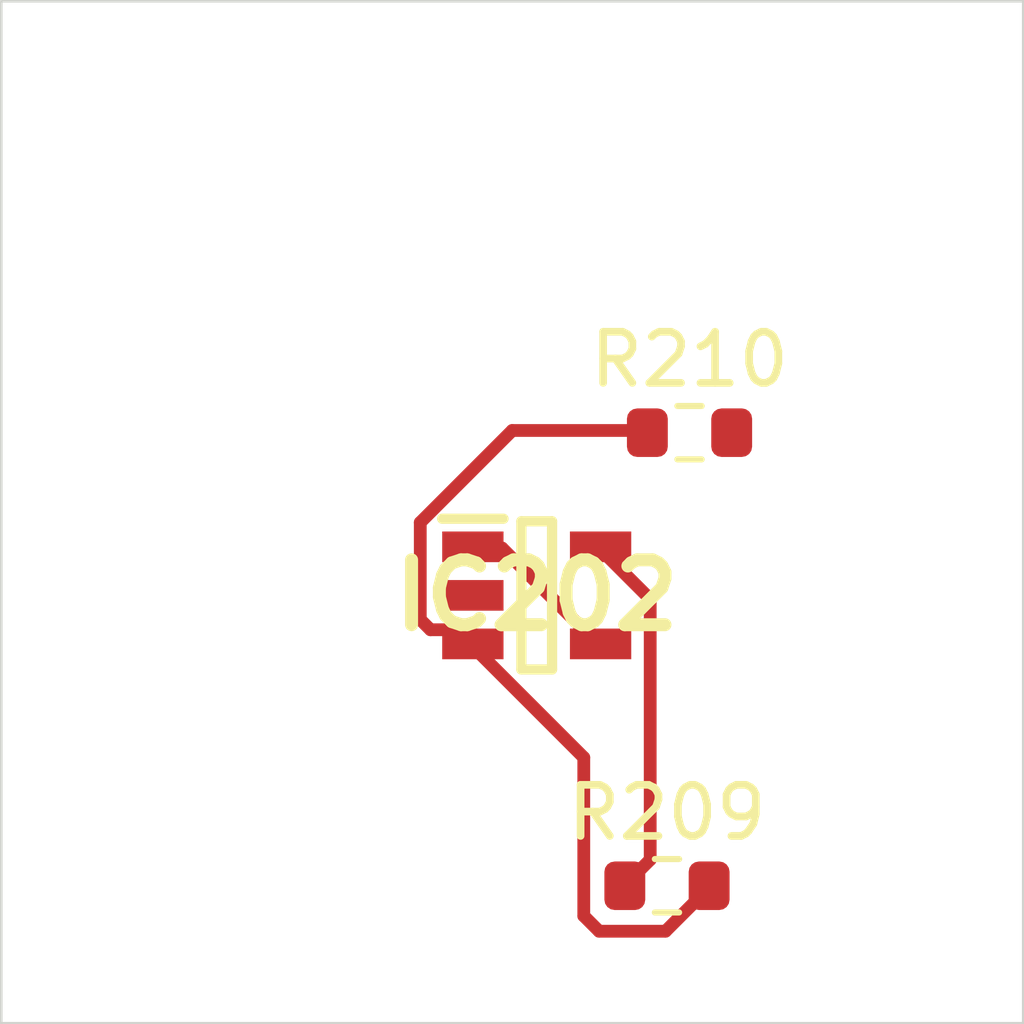
<source format=kicad_pcb>
 ( kicad_pcb  ( version 20171130 )
 ( host pcbnew 5.1.12-84ad8e8a86~92~ubuntu18.04.1 )
 ( general  ( thickness 1.6 )
 ( drawings 4 )
 ( tracks 0 )
 ( zones 0 )
 ( modules 3 )
 ( nets 5 )
)
 ( page A4 )
 ( layers  ( 0 F.Cu signal )
 ( 31 B.Cu signal )
 ( 32 B.Adhes user )
 ( 33 F.Adhes user )
 ( 34 B.Paste user )
 ( 35 F.Paste user )
 ( 36 B.SilkS user )
 ( 37 F.SilkS user )
 ( 38 B.Mask user )
 ( 39 F.Mask user )
 ( 40 Dwgs.User user )
 ( 41 Cmts.User user )
 ( 42 Eco1.User user )
 ( 43 Eco2.User user )
 ( 44 Edge.Cuts user )
 ( 45 Margin user )
 ( 46 B.CrtYd user )
 ( 47 F.CrtYd user )
 ( 48 B.Fab user )
 ( 49 F.Fab user )
)
 ( setup  ( last_trace_width 0.25 )
 ( trace_clearance 0.2 )
 ( zone_clearance 0.508 )
 ( zone_45_only no )
 ( trace_min 0.2 )
 ( via_size 0.8 )
 ( via_drill 0.4 )
 ( via_min_size 0.4 )
 ( via_min_drill 0.3 )
 ( uvia_size 0.3 )
 ( uvia_drill 0.1 )
 ( uvias_allowed no )
 ( uvia_min_size 0.2 )
 ( uvia_min_drill 0.1 )
 ( edge_width 0.05 )
 ( segment_width 0.2 )
 ( pcb_text_width 0.3 )
 ( pcb_text_size 1.5 1.5 )
 ( mod_edge_width 0.12 )
 ( mod_text_size 1 1 )
 ( mod_text_width 0.15 )
 ( pad_size 1.524 1.524 )
 ( pad_drill 0.762 )
 ( pad_to_mask_clearance 0 )
 ( aux_axis_origin 0 0 )
 ( visible_elements FFFFFF7F )
 ( pcbplotparams  ( layerselection 0x010fc_ffffffff )
 ( usegerberextensions false )
 ( usegerberattributes true )
 ( usegerberadvancedattributes true )
 ( creategerberjobfile true )
 ( excludeedgelayer true )
 ( linewidth 0.100000 )
 ( plotframeref false )
 ( viasonmask false )
 ( mode 1 )
 ( useauxorigin false )
 ( hpglpennumber 1 )
 ( hpglpenspeed 20 )
 ( hpglpendiameter 15.000000 )
 ( psnegative false )
 ( psa4output false )
 ( plotreference true )
 ( plotvalue true )
 ( plotinvisibletext false )
 ( padsonsilk false )
 ( subtractmaskfromsilk false )
 ( outputformat 1 )
 ( mirror false )
 ( drillshape 1 )
 ( scaleselection 1 )
 ( outputdirectory "" )
)
)
 ( net 0 "" )
 ( net 1 GND )
 ( net 2 VDDA )
 ( net 3 /Sheet6235D886/vp )
 ( net 4 "Net-(IC202-Pad3)" )
 ( net_class Default "This is the default net class."  ( clearance 0.2 )
 ( trace_width 0.25 )
 ( via_dia 0.8 )
 ( via_drill 0.4 )
 ( uvia_dia 0.3 )
 ( uvia_drill 0.1 )
 ( add_net /Sheet6235D886/vp )
 ( add_net GND )
 ( add_net "Net-(IC202-Pad3)" )
 ( add_net VDDA )
)
 ( module SOT95P280X145-5N locked  ( layer F.Cu )
 ( tedit 62336ED7 )
 ( tstamp 623423ED )
 ( at 90.479100 111.627000 )
 ( descr DBV0005A )
 ( tags "Integrated Circuit" )
 ( path /6235D887/6266C08E )
 ( attr smd )
 ( fp_text reference IC202  ( at 0 0 )
 ( layer F.SilkS )
 ( effects  ( font  ( size 1.27 1.27 )
 ( thickness 0.254 )
)
)
)
 ( fp_text value TL071HIDBVR  ( at 0 0 )
 ( layer F.SilkS )
hide  ( effects  ( font  ( size 1.27 1.27 )
 ( thickness 0.254 )
)
)
)
 ( fp_line  ( start -1.85 -1.5 )
 ( end -0.65 -1.5 )
 ( layer F.SilkS )
 ( width 0.2 )
)
 ( fp_line  ( start -0.3 1.45 )
 ( end -0.3 -1.45 )
 ( layer F.SilkS )
 ( width 0.2 )
)
 ( fp_line  ( start 0.3 1.45 )
 ( end -0.3 1.45 )
 ( layer F.SilkS )
 ( width 0.2 )
)
 ( fp_line  ( start 0.3 -1.45 )
 ( end 0.3 1.45 )
 ( layer F.SilkS )
 ( width 0.2 )
)
 ( fp_line  ( start -0.3 -1.45 )
 ( end 0.3 -1.45 )
 ( layer F.SilkS )
 ( width 0.2 )
)
 ( fp_line  ( start -0.8 -0.5 )
 ( end 0.15 -1.45 )
 ( layer Dwgs.User )
 ( width 0.1 )
)
 ( fp_line  ( start -0.8 1.45 )
 ( end -0.8 -1.45 )
 ( layer Dwgs.User )
 ( width 0.1 )
)
 ( fp_line  ( start 0.8 1.45 )
 ( end -0.8 1.45 )
 ( layer Dwgs.User )
 ( width 0.1 )
)
 ( fp_line  ( start 0.8 -1.45 )
 ( end 0.8 1.45 )
 ( layer Dwgs.User )
 ( width 0.1 )
)
 ( fp_line  ( start -0.8 -1.45 )
 ( end 0.8 -1.45 )
 ( layer Dwgs.User )
 ( width 0.1 )
)
 ( fp_line  ( start -2.1 1.775 )
 ( end -2.1 -1.775 )
 ( layer Dwgs.User )
 ( width 0.05 )
)
 ( fp_line  ( start 2.1 1.775 )
 ( end -2.1 1.775 )
 ( layer Dwgs.User )
 ( width 0.05 )
)
 ( fp_line  ( start 2.1 -1.775 )
 ( end 2.1 1.775 )
 ( layer Dwgs.User )
 ( width 0.05 )
)
 ( fp_line  ( start -2.1 -1.775 )
 ( end 2.1 -1.775 )
 ( layer Dwgs.User )
 ( width 0.05 )
)
 ( pad 1 smd rect  ( at -1.25 -0.95 90.000000 )
 ( size 0.6 1.2 )
 ( layers F.Cu F.Mask F.Paste )
 ( net 3 /Sheet6235D886/vp )
)
 ( pad 2 smd rect  ( at -1.25 0 90.000000 )
 ( size 0.6 1.2 )
 ( layers F.Cu F.Mask F.Paste )
 ( net 1 GND )
)
 ( pad 3 smd rect  ( at -1.25 0.95 90.000000 )
 ( size 0.6 1.2 )
 ( layers F.Cu F.Mask F.Paste )
 ( net 4 "Net-(IC202-Pad3)" )
)
 ( pad 4 smd rect  ( at 1.25 0.95 90.000000 )
 ( size 0.6 1.2 )
 ( layers F.Cu F.Mask F.Paste )
 ( net 3 /Sheet6235D886/vp )
)
 ( pad 5 smd rect  ( at 1.25 -0.95 90.000000 )
 ( size 0.6 1.2 )
 ( layers F.Cu F.Mask F.Paste )
 ( net 2 VDDA )
)
)
 ( module Resistor_SMD:R_0603_1608Metric  ( layer F.Cu )
 ( tedit 5F68FEEE )
 ( tstamp 62342595 )
 ( at 93.028300 117.310000 )
 ( descr "Resistor SMD 0603 (1608 Metric), square (rectangular) end terminal, IPC_7351 nominal, (Body size source: IPC-SM-782 page 72, https://www.pcb-3d.com/wordpress/wp-content/uploads/ipc-sm-782a_amendment_1_and_2.pdf), generated with kicad-footprint-generator" )
 ( tags resistor )
 ( path /6235D887/623CDBD9 )
 ( attr smd )
 ( fp_text reference R209  ( at 0 -1.43 )
 ( layer F.SilkS )
 ( effects  ( font  ( size 1 1 )
 ( thickness 0.15 )
)
)
)
 ( fp_text value 100k  ( at 0 1.43 )
 ( layer F.Fab )
 ( effects  ( font  ( size 1 1 )
 ( thickness 0.15 )
)
)
)
 ( fp_line  ( start -0.8 0.4125 )
 ( end -0.8 -0.4125 )
 ( layer F.Fab )
 ( width 0.1 )
)
 ( fp_line  ( start -0.8 -0.4125 )
 ( end 0.8 -0.4125 )
 ( layer F.Fab )
 ( width 0.1 )
)
 ( fp_line  ( start 0.8 -0.4125 )
 ( end 0.8 0.4125 )
 ( layer F.Fab )
 ( width 0.1 )
)
 ( fp_line  ( start 0.8 0.4125 )
 ( end -0.8 0.4125 )
 ( layer F.Fab )
 ( width 0.1 )
)
 ( fp_line  ( start -0.237258 -0.5225 )
 ( end 0.237258 -0.5225 )
 ( layer F.SilkS )
 ( width 0.12 )
)
 ( fp_line  ( start -0.237258 0.5225 )
 ( end 0.237258 0.5225 )
 ( layer F.SilkS )
 ( width 0.12 )
)
 ( fp_line  ( start -1.48 0.73 )
 ( end -1.48 -0.73 )
 ( layer F.CrtYd )
 ( width 0.05 )
)
 ( fp_line  ( start -1.48 -0.73 )
 ( end 1.48 -0.73 )
 ( layer F.CrtYd )
 ( width 0.05 )
)
 ( fp_line  ( start 1.48 -0.73 )
 ( end 1.48 0.73 )
 ( layer F.CrtYd )
 ( width 0.05 )
)
 ( fp_line  ( start 1.48 0.73 )
 ( end -1.48 0.73 )
 ( layer F.CrtYd )
 ( width 0.05 )
)
 ( fp_text user %R  ( at 0 0 )
 ( layer F.Fab )
 ( effects  ( font  ( size 0.4 0.4 )
 ( thickness 0.06 )
)
)
)
 ( pad 1 smd roundrect  ( at -0.825 0 )
 ( size 0.8 0.95 )
 ( layers F.Cu F.Mask F.Paste )
 ( roundrect_rratio 0.25 )
 ( net 2 VDDA )
)
 ( pad 2 smd roundrect  ( at 0.825 0 )
 ( size 0.8 0.95 )
 ( layers F.Cu F.Mask F.Paste )
 ( roundrect_rratio 0.25 )
 ( net 4 "Net-(IC202-Pad3)" )
)
 ( model ${KISYS3DMOD}/Resistor_SMD.3dshapes/R_0603_1608Metric.wrl  ( at  ( xyz 0 0 0 )
)
 ( scale  ( xyz 1 1 1 )
)
 ( rotate  ( xyz 0 0 0 )
)
)
)
 ( module Resistor_SMD:R_0603_1608Metric  ( layer F.Cu )
 ( tedit 5F68FEEE )
 ( tstamp 623425A6 )
 ( at 93.469700 108.443000 )
 ( descr "Resistor SMD 0603 (1608 Metric), square (rectangular) end terminal, IPC_7351 nominal, (Body size source: IPC-SM-782 page 72, https://www.pcb-3d.com/wordpress/wp-content/uploads/ipc-sm-782a_amendment_1_and_2.pdf), generated with kicad-footprint-generator" )
 ( tags resistor )
 ( path /6235D887/623CDBDF )
 ( attr smd )
 ( fp_text reference R210  ( at 0 -1.43 )
 ( layer F.SilkS )
 ( effects  ( font  ( size 1 1 )
 ( thickness 0.15 )
)
)
)
 ( fp_text value 100k  ( at 0 1.43 )
 ( layer F.Fab )
 ( effects  ( font  ( size 1 1 )
 ( thickness 0.15 )
)
)
)
 ( fp_line  ( start 1.48 0.73 )
 ( end -1.48 0.73 )
 ( layer F.CrtYd )
 ( width 0.05 )
)
 ( fp_line  ( start 1.48 -0.73 )
 ( end 1.48 0.73 )
 ( layer F.CrtYd )
 ( width 0.05 )
)
 ( fp_line  ( start -1.48 -0.73 )
 ( end 1.48 -0.73 )
 ( layer F.CrtYd )
 ( width 0.05 )
)
 ( fp_line  ( start -1.48 0.73 )
 ( end -1.48 -0.73 )
 ( layer F.CrtYd )
 ( width 0.05 )
)
 ( fp_line  ( start -0.237258 0.5225 )
 ( end 0.237258 0.5225 )
 ( layer F.SilkS )
 ( width 0.12 )
)
 ( fp_line  ( start -0.237258 -0.5225 )
 ( end 0.237258 -0.5225 )
 ( layer F.SilkS )
 ( width 0.12 )
)
 ( fp_line  ( start 0.8 0.4125 )
 ( end -0.8 0.4125 )
 ( layer F.Fab )
 ( width 0.1 )
)
 ( fp_line  ( start 0.8 -0.4125 )
 ( end 0.8 0.4125 )
 ( layer F.Fab )
 ( width 0.1 )
)
 ( fp_line  ( start -0.8 -0.4125 )
 ( end 0.8 -0.4125 )
 ( layer F.Fab )
 ( width 0.1 )
)
 ( fp_line  ( start -0.8 0.4125 )
 ( end -0.8 -0.4125 )
 ( layer F.Fab )
 ( width 0.1 )
)
 ( fp_text user %R  ( at 0 0 )
 ( layer F.Fab )
 ( effects  ( font  ( size 0.4 0.4 )
 ( thickness 0.06 )
)
)
)
 ( pad 2 smd roundrect  ( at 0.825 0 )
 ( size 0.8 0.95 )
 ( layers F.Cu F.Mask F.Paste )
 ( roundrect_rratio 0.25 )
 ( net 1 GND )
)
 ( pad 1 smd roundrect  ( at -0.825 0 )
 ( size 0.8 0.95 )
 ( layers F.Cu F.Mask F.Paste )
 ( roundrect_rratio 0.25 )
 ( net 4 "Net-(IC202-Pad3)" )
)
 ( model ${KISYS3DMOD}/Resistor_SMD.3dshapes/R_0603_1608Metric.wrl  ( at  ( xyz 0 0 0 )
)
 ( scale  ( xyz 1 1 1 )
)
 ( rotate  ( xyz 0 0 0 )
)
)
)
 ( gr_line  ( start 100 100 )
 ( end 100 120 )
 ( layer Edge.Cuts )
 ( width 0.05 )
 ( tstamp 62E770C4 )
)
 ( gr_line  ( start 80 120 )
 ( end 100 120 )
 ( layer Edge.Cuts )
 ( width 0.05 )
 ( tstamp 62E770C0 )
)
 ( gr_line  ( start 80 100 )
 ( end 100 100 )
 ( layer Edge.Cuts )
 ( width 0.05 )
 ( tstamp 6234110C )
)
 ( gr_line  ( start 80 100 )
 ( end 80 120 )
 ( layer Edge.Cuts )
 ( width 0.05 )
)
 ( segment  ( start 92.200001 117.300002 )
 ( end 92.700001 116.800002 )
 ( width 0.250000 )
 ( layer F.Cu )
 ( net 2 )
)
 ( segment  ( start 92.700001 116.800002 )
 ( end 92.700001 111.700002 )
 ( width 0.250000 )
 ( layer F.Cu )
 ( net 2 )
)
 ( segment  ( start 92.700001 111.700002 )
 ( end 91.700001 110.700002 )
 ( width 0.250000 )
 ( layer F.Cu )
 ( net 2 )
)
 ( segment  ( start 91.700001 112.600002 )
 ( end 89.800001 110.700002 )
 ( width 0.250000 )
 ( layer F.Cu )
 ( net 3 )
)
 ( segment  ( start 89.800001 110.700002 )
 ( end 89.200001 110.700002 )
 ( width 0.250000 )
 ( layer F.Cu )
 ( net 3 )
)
 ( segment  ( start 93.900001 117.300002 )
 ( end 93.000001 118.200002 )
 ( width 0.250000 )
 ( layer F.Cu )
 ( net 4 )
)
 ( segment  ( start 93.000001 118.200002 )
 ( end 91.700001 118.200002 )
 ( width 0.250000 )
 ( layer F.Cu )
 ( net 4 )
)
 ( segment  ( start 91.700001 118.200002 )
 ( end 91.400001 117.900002 )
 ( width 0.250000 )
 ( layer F.Cu )
 ( net 4 )
)
 ( segment  ( start 91.400001 117.900002 )
 ( end 91.400001 114.800002 )
 ( width 0.250000 )
 ( layer F.Cu )
 ( net 4 )
)
 ( segment  ( start 91.400001 114.800002 )
 ( end 89.200001 112.600002 )
 ( width 0.250000 )
 ( layer F.Cu )
 ( net 4 )
)
 ( segment  ( start 92.600001 108.400002 )
 ( end 90.000001 108.400002 )
 ( width 0.250000 )
 ( layer F.Cu )
 ( net 4 )
)
 ( segment  ( start 90.000001 108.400002 )
 ( end 88.200001 110.200002 )
 ( width 0.250000 )
 ( layer F.Cu )
 ( net 4 )
)
 ( segment  ( start 88.200001 110.200002 )
 ( end 88.200001 112.100002 )
 ( width 0.250000 )
 ( layer F.Cu )
 ( net 4 )
)
 ( segment  ( start 88.200001 112.100002 )
 ( end 88.400001 112.300002 )
 ( width 0.250000 )
 ( layer F.Cu )
 ( net 4 )
)
 ( segment  ( start 88.400001 112.300002 )
 ( end 88.900001 112.300002 )
 ( width 0.250000 )
 ( layer F.Cu )
 ( net 4 )
)
 ( segment  ( start 88.900001 112.300002 )
 ( end 89.200001 112.600002 )
 ( width 0.250000 )
 ( layer F.Cu )
 ( net 4 )
)
)

</source>
